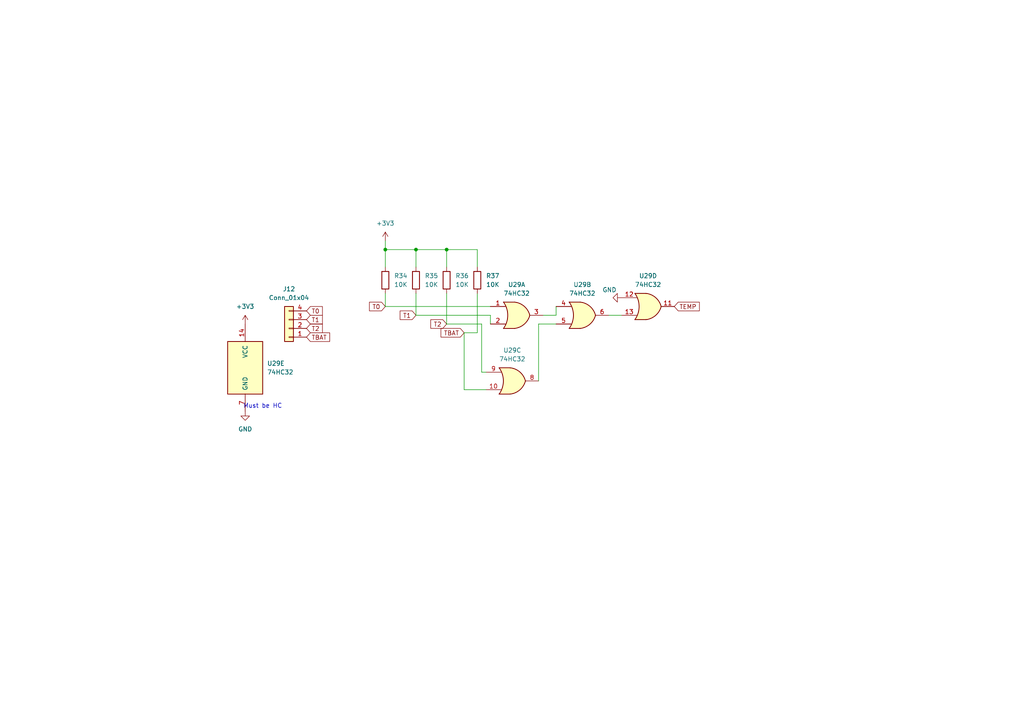
<source format=kicad_sch>
(kicad_sch (version 20250114) (generator "eeschema") (generator_version "9.0")
  (paper "A4")
  (lib_symbols
    (symbol "74xx:74LS32" (pin_names (offset 1.016))
      (property "Reference" "U" (at 0 1.27 0))
      (property "Value" "74LS32" (at 0 -1.27 0))
      (symbol "74LS32_1_1"
        (arc (start -3.81 3.81) (mid -2.589 0) (end -3.81 -3.81) (stroke (width 0.254)))
        (polyline (pts (xy -3.81 3.81) (xy -0.635 3.81)) (stroke (width 0.254)) (fill (type background)))
        (polyline (pts (xy -3.81 -3.81) (xy -0.635 -3.81)) (stroke (width 0.254)) (fill (type background)))
        (arc (start 3.81 0) (mid 2.1855 -2.584) (end -0.6096 -3.81) (stroke (width 0.254)) (fill (type background)))
        (arc (start -0.6096 3.81) (mid 2.1928 2.5924) (end 3.81 0) (stroke (width 0.254)) (fill (type background)))
        (polyline (pts (xy -0.635 3.81) (xy -3.81 3.81) (xy -3.81 3.81) (xy -3.556 3.4036) (xy -3.0226 2.2606) (xy -2.6924 1.0414) (xy -2.6162 -0.254) (xy -2.7686 -1.4986) (xy -3.175 -2.7178) (xy -3.81 -3.81) (xy -3.81 -3.81) (xy -0.635 -3.81)) (stroke (width -25.4)) (fill (type background)))
        (pin input line (at -7.62 2.54 0) (length 4.318) (name "~") (number "1"))
        (pin input line (at -7.62 -2.54 0) (length 4.318) (name "~") (number "2"))
        (pin output line (at 7.62 0 180) (length 3.81) (name "~") (number "3"))
      )
      (symbol "74LS32_1_2"
        (arc (start 0 3.81) (mid 3.7934 0) (end 0 -3.81) (stroke (width 0.254)) (fill (type background)))
        (polyline (pts (xy 0 3.81) (xy -3.81 3.81) (xy -3.81 -3.81) (xy 0 -3.81)) (stroke (width 0.254)) (fill (type background)))
        (pin input inverted (at -7.62 2.54 0) (length 3.81) (name "~") (number "1"))
        (pin input inverted (at -7.62 -2.54 0) (length 3.81) (name "~") (number "2"))
        (pin output inverted (at 7.62 0 180) (length 3.81) (name "~") (number "3"))
      )
      (symbol "74LS32_2_1"
        (arc (start -3.81 3.81) (mid -2.589 0) (end -3.81 -3.81) (stroke (width 0.254)))
        (polyline (pts (xy -3.81 3.81) (xy -0.635 3.81)) (stroke (width 0.254)) (fill (type background)))
        (polyline (pts (xy -3.81 -3.81) (xy -0.635 -3.81)) (stroke (width 0.254)) (fill (type background)))
        (arc (start 3.81 0) (mid 2.1855 -2.584) (end -0.6096 -3.81) (stroke (width 0.254)) (fill (type background)))
        (arc (start -0.6096 3.81) (mid 2.1928 2.5924) (end 3.81 0) (stroke (width 0.254)) (fill (type background)))
        (polyline (pts (xy -0.635 3.81) (xy -3.81 3.81) (xy -3.81 3.81) (xy -3.556 3.4036) (xy -3.0226 2.2606) (xy -2.6924 1.0414) (xy -2.6162 -0.254) (xy -2.7686 -1.4986) (xy -3.175 -2.7178) (xy -3.81 -3.81) (xy -3.81 -3.81) (xy -0.635 -3.81)) (stroke (width -25.4)) (fill (type background)))
        (pin input line (at -7.62 2.54 0) (length 4.318) (name "~") (number "4"))
        (pin input line (at -7.62 -2.54 0) (length 4.318) (name "~") (number "5"))
        (pin output line (at 7.62 0 180) (length 3.81) (name "~") (number "6"))
      )
      (symbol "74LS32_2_2"
        (arc (start 0 3.81) (mid 3.7934 0) (end 0 -3.81) (stroke (width 0.254)) (fill (type background)))
        (polyline (pts (xy 0 3.81) (xy -3.81 3.81) (xy -3.81 -3.81) (xy 0 -3.81)) (stroke (width 0.254)) (fill (type background)))
        (pin input inverted (at -7.62 2.54 0) (length 3.81) (name "~") (number "4"))
        (pin input inverted (at -7.62 -2.54 0) (length 3.81) (name "~") (number "5"))
        (pin output inverted (at 7.62 0 180) (length 3.81) (name "~") (number "6"))
      )
      (symbol "74LS32_3_1"
        (arc (start -3.81 3.81) (mid -2.589 0) (end -3.81 -3.81) (stroke (width 0.254)))
        (polyline (pts (xy -3.81 3.81) (xy -0.635 3.81)) (stroke (width 0.254)) (fill (type background)))
        (polyline (pts (xy -3.81 -3.81) (xy -0.635 -3.81)) (stroke (width 0.254)) (fill (type background)))
        (arc (start 3.81 0) (mid 2.1855 -2.584) (end -0.6096 -3.81) (stroke (width 0.254)) (fill (type background)))
        (arc (start -0.6096 3.81) (mid 2.1928 2.5924) (end 3.81 0) (stroke (width 0.254)) (fill (type background)))
        (polyline (pts (xy -0.635 3.81) (xy -3.81 3.81) (xy -3.81 3.81) (xy -3.556 3.4036) (xy -3.0226 2.2606) (xy -2.6924 1.0414) (xy -2.6162 -0.254) (xy -2.7686 -1.4986) (xy -3.175 -2.7178) (xy -3.81 -3.81) (xy -3.81 -3.81) (xy -0.635 -3.81)) (stroke (width -25.4)) (fill (type background)))
        (pin input line (at -7.62 2.54 0) (length 4.318) (name "~") (number "9"))
        (pin input line (at -7.62 -2.54 0) (length 4.318) (name "~") (number "10"))
        (pin output line (at 7.62 0 180) (length 3.81) (name "~") (number "8"))
      )
      (symbol "74LS32_3_2"
        (arc (start 0 3.81) (mid 3.7934 0) (end 0 -3.81) (stroke (width 0.254)) (fill (type background)))
        (polyline (pts (xy 0 3.81) (xy -3.81 3.81) (xy -3.81 -3.81) (xy 0 -3.81)) (stroke (width 0.254)) (fill (type background)))
        (pin input inverted (at -7.62 2.54 0) (length 3.81) (name "~") (number "9"))
        (pin input inverted (at -7.62 -2.54 0) (length 3.81) (name "~") (number "10"))
        (pin output inverted (at 7.62 0 180) (length 3.81) (name "~") (number "8"))
      )
      (symbol "74LS32_4_1"
        (arc (start -3.81 3.81) (mid -2.589 0) (end -3.81 -3.81) (stroke (width 0.254)))
        (polyline (pts (xy -3.81 3.81) (xy -0.635 3.81)) (stroke (width 0.254)) (fill (type background)))
        (polyline (pts (xy -3.81 -3.81) (xy -0.635 -3.81)) (stroke (width 0.254)) (fill (type background)))
        (arc (start 3.81 0) (mid 2.1855 -2.584) (end -0.6096 -3.81) (stroke (width 0.254)) (fill (type background)))
        (arc (start -0.6096 3.81) (mid 2.1928 2.5924) (end 3.81 0) (stroke (width 0.254)) (fill (type background)))
        (polyline (pts (xy -0.635 3.81) (xy -3.81 3.81) (xy -3.81 3.81) (xy -3.556 3.4036) (xy -3.0226 2.2606) (xy -2.6924 1.0414) (xy -2.6162 -0.254) (xy -2.7686 -1.4986) (xy -3.175 -2.7178) (xy -3.81 -3.81) (xy -3.81 -3.81) (xy -0.635 -3.81)) (stroke (width -25.4)) (fill (type background)))
        (pin input line (at -7.62 2.54 0) (length 4.318) (name "~") (number "12"))
        (pin input line (at -7.62 -2.54 0) (length 4.318) (name "~") (number "13"))
        (pin output line (at 7.62 0 180) (length 3.81) (name "~") (number "11"))
      )
      (symbol "74LS32_4_2"
        (arc (start 0 3.81) (mid 3.7934 0) (end 0 -3.81) (stroke (width 0.254)) (fill (type background)))
        (polyline (pts (xy 0 3.81) (xy -3.81 3.81) (xy -3.81 -3.81) (xy 0 -3.81)) (stroke (width 0.254)) (fill (type background)))
        (pin input inverted (at -7.62 2.54 0) (length 3.81) (name "~") (number "12"))
        (pin input inverted (at -7.62 -2.54 0) (length 3.81) (name "~") (number "13"))
        (pin output inverted (at 7.62 0 180) (length 3.81) (name "~") (number "11"))
      )
      (symbol "74LS32_5_0"
        (pin power_in line (at 0 12.7 270) (length 5.08) (name "VCC") (number "14"))
        (pin power_in line (at 0 -12.7 90) (length 5.08) (name "GND") (number "7"))
      )
      (symbol "74LS32_5_1"
        (rectangle (start -5.08 7.62) (end 5.08 -7.62) (stroke (width 0.254)) (fill (type background)))
      )
    )
    (symbol "Connector_Generic:Conn_01x04" (pin_names (offset 1.016) (hide yes))
      (property "Reference" "J" (at 0 5.08 0))
      (property "Value" "Conn_01x04" (at 0 -7.62 0))
      (symbol "Conn_01x04_1_1"
        (rectangle (start -1.27 3.81) (end 1.27 -6.35) (stroke (width 0.254)) (fill (type background)))
        (rectangle (start -1.27 2.667) (end 0 2.413) (stroke (width 0.1524)))
        (rectangle (start -1.27 0.127) (end 0 -0.127) (stroke (width 0.1524)))
        (rectangle (start -1.27 -2.413) (end 0 -2.667) (stroke (width 0.1524)))
        (rectangle (start -1.27 -4.953) (end 0 -5.207) (stroke (width 0.1524)))
        (pin passive line (at -5.08 2.54 0) (length 3.81) (name "Pin_1") (number "1"))
        (pin passive line (at -5.08 0 0) (length 3.81) (name "Pin_2") (number "2"))
        (pin passive line (at -5.08 -2.54 0) (length 3.81) (name "Pin_3") (number "3"))
        (pin passive line (at -5.08 -5.08 0) (length 3.81) (name "Pin_4") (number "4"))
      )
    )
    (symbol "Device:R" (pin_numbers (hide yes)) (pin_names (offset 0))
      (property "Reference" "R" (at 2.032 0 90))
      (property "Value" "R" (at 0 0 90))
      (symbol "R_0_1"
        (rectangle (start -1.016 -2.54) (end 1.016 2.54) (stroke (width 0.254)))
      )
      (symbol "R_1_1"
        (pin passive line (at 0 3.81 270) (length 1.27) (name "~") (number "1"))
        (pin passive line (at 0 -3.81 90) (length 1.27) (name "~") (number "2"))
      )
    )
    (symbol "power:+3V3" (power) (pin_names (offset 0))
      (property "Value" "+3V3" (at 0 3.556 0))
      (symbol "+3V3_0_1"
        (polyline (pts (xy -0.762 1.27) (xy 0 2.54)))
        (polyline (pts (xy 0 2.54) (xy 0.762 1.27)))
        (polyline (pts (xy 0 0) (xy 0 2.54)))
      )
      (symbol "+3V3_1_1"
        (pin power_in line (at 0 0 90) (length 0) (hide yes) (name "+3V3") (number "1"))
      )
    )
    (symbol "power:GND" (power) (pin_names (offset 0))
      (property "Value" "GND" (at 0 -3.81 0))
      (symbol "GND_0_1"
        (polyline (pts (xy 0 0) (xy 0 -1.27) (xy 1.27 -1.27) (xy 0 -2.54) (xy -1.27 -1.27) (xy 0 -1.27)))
      )
      (symbol "GND_1_1"
        (pin power_in line (at 0 0 270) (length 0) (hide yes) (name "GND") (number "1"))
      )
    )
  )
  (text "Must be HC" (at 76.2 117.856 0) (effects (font (size 1.27 1.27))))
  (junction (at 129.54 72.39))
  (junction (at 120.65 72.39))
  (junction (at 111.76 72.39))
  (wire (pts (xy 138.43 85.09) (xy 138.43 96.52)))
  (wire (pts (xy 111.76 69.85) (xy 111.76 72.39)))
  (wire (pts (xy 157.48 91.44) (xy 161.29 91.44)))
  (wire (pts (xy 120.65 91.44) (xy 142.24 91.44)))
  (wire (pts (xy 176.53 91.44) (xy 180.34 91.44)))
  (wire (pts (xy 138.43 77.47) (xy 138.43 72.39)))
  (wire (pts (xy 120.65 85.09) (xy 120.65 91.44)))
  (wire (pts (xy 111.76 72.39) (xy 111.76 77.47)))
  (wire (pts (xy 129.54 72.39) (xy 120.65 72.39)))
  (wire (pts (xy 138.43 96.52) (xy 134.62 96.52)))
  (wire (pts (xy 161.29 91.44) (xy 161.29 88.9)))
  (wire (pts (xy 138.43 72.39) (xy 129.54 72.39)))
  (wire (pts (xy 156.21 93.98) (xy 161.29 93.98)))
  (wire (pts (xy 129.54 85.09) (xy 129.54 93.98)))
  (wire (pts (xy 120.65 72.39) (xy 120.65 77.47)))
  (wire (pts (xy 129.54 93.98) (xy 139.7 93.98)))
  (wire (pts (xy 111.76 88.9) (xy 142.24 88.9)))
  (wire (pts (xy 139.7 107.95) (xy 140.97 107.95)))
  (wire (pts (xy 142.24 91.44) (xy 142.24 93.98)))
  (wire (pts (xy 156.21 110.49) (xy 156.21 93.98)))
  (wire (pts (xy 120.65 72.39) (xy 111.76 72.39)))
  (wire (pts (xy 111.76 85.09) (xy 111.76 88.9)))
  (wire (pts (xy 129.54 72.39) (xy 129.54 77.47)))
  (wire (pts (xy 134.62 113.03) (xy 140.97 113.03)))
  (wire (pts (xy 134.62 96.52) (xy 134.62 113.03)))
  (wire (pts (xy 139.7 93.98) (xy 139.7 107.95)))
  (global_label "T1" (shape input) (at 88.9 92.71 0) (property "Intersheetrefs" "${INTERSHEET_REFS}" (effects (hide yes))))
  (global_label "T0" (shape input) (at 88.9 90.17 0) (property "Intersheetrefs" "${INTERSHEET_REFS}" (effects (hide yes))))
  (global_label "T1" (shape input) (at 120.65 91.44 180) (property "Intersheetrefs" "${INTERSHEET_REFS}" (effects (hide yes))))
  (global_label "TEMP" (shape input) (at 195.58 88.9 0) (property "Intersheetrefs" "${INTERSHEET_REFS}" (effects (hide yes))))
  (global_label "T2" (shape input) (at 88.9 95.25 0) (property "Intersheetrefs" "${INTERSHEET_REFS}" (effects (hide yes))))
  (global_label "T2" (shape input) (at 129.54 93.98 180) (property "Intersheetrefs" "${INTERSHEET_REFS}" (effects (hide yes))))
  (global_label "TBAT" (shape input) (at 88.9 97.79 0) (property "Intersheetrefs" "${INTERSHEET_REFS}" (effects (hide yes))))
  (global_label "T0" (shape input) (at 111.76 88.9 180) (property "Intersheetrefs" "${INTERSHEET_REFS}" (effects (hide yes))))
  (global_label "TBAT" (shape input) (at 134.62 96.52 180) (property "Intersheetrefs" "${INTERSHEET_REFS}" (effects (hide yes))))
  (symbol (lib_id "power:+3V3") (at 71.12 93.98 0) (unit 1)
    (property "Reference" "#PWR0124" (effects (hide yes)))
    (property "Value" "+3V3" (at 71.12 88.9 0))
    (property "Description" "Power symbol creates a global label with name \"+3V3\"" (effects (hide yes)))
  )
  (symbol (lib_id "Device:R") (at 111.76 81.28 180) (unit 1)
    (property "Reference" "R34" (at 114.3 80.01 0) (effects (justify right)))
    (property "Value" "10K" (at 114.3 82.55 0) (effects (justify right)))
    (property "Footprint" "Resistor_SMD:R_1206_3216Metric_Pad1.30x1.75mm_HandSolder" (effects (hide yes)))
  )
  (symbol (lib_id "74xx:74LS32") (at 149.86 91.44 0) (unit 1)
    (property "Reference" "U29" (at 149.86 82.55 0))
    (property "Value" "74HC32" (at 149.86 85.09 0))
    (property "Footprint" "Package_SO:SO-14_3.9x8.65mm_P1.27mm" (effects (hide yes)))
    (property "Datasheet" "http://www.ti.com/lit/gpn/sn74LS32" (effects (hide yes)))
    (property "Description" "Quad 2-input OR" (effects (hide yes)))
    (property "VerilogCode" "ttl_74hct32 U29(_1, _2, _3, _4, _5, _6, _9, _10, _8, _12, _13, _11);" (effects (hide yes)))
  )
  (symbol (lib_id "74xx:74LS32") (at 168.91 91.44 0) (unit 2)
    (property "Reference" "U29" (at 168.91 82.55 0))
    (property "Value" "74HC32" (at 168.91 85.09 0))
    (property "Footprint" "Package_SO:SO-14_3.9x8.65mm_P1.27mm" (effects (hide yes)))
    (property "Datasheet" "http://www.ti.com/lit/gpn/sn74LS32" (effects (hide yes)))
    (property "Description" "Quad 2-input OR" (effects (hide yes)))
    (property "VerilogCode" "ttl_74hct32 U29(_1, _2, _3, _4, _5, _6, _9, _10, _8, _12, _13, _11);" (effects (hide yes)))
  )
  (symbol (lib_id "Connector_Generic:Conn_01x04") (at 83.82 95.25 180) (unit 1)
    (property "Reference" "J12" (at 83.82 83.82 0))
    (property "Value" "Conn_01x04" (at 83.82 86.36 0))
    (property "Footprint" "Connector_PinHeader_2.54mm:PinHeader_1x04_P2.54mm_Vertical" (effects (hide yes)))
    (property "Description" "Generic connector, single row, 01x04, script generated (kicad-library-utils/schlib/autogen/connector/)" (effects (hide yes)))
    (property "VerilogModulePort" "1,2,3,4" (effects (hide yes)))
  )
  (symbol (lib_id "74xx:74LS32") (at 71.12 106.68 0) (unit 5)
    (property "Reference" "U29" (at 77.47 105.4099 0) (effects (justify left)))
    (property "Value" "74HC32" (at 77.47 107.9499 0) (effects (justify left)))
    (property "Footprint" "Package_SO:SO-14_3.9x8.65mm_P1.27mm" (effects (hide yes)))
    (property "Datasheet" "http://www.ti.com/lit/gpn/sn74LS32" (effects (hide yes)))
    (property "Description" "Quad 2-input OR" (effects (hide yes)))
    (property "VerilogCode" "ttl_74hct32 U29(_1, _2, _3, _4, _5, _6, _9, _10, _8, _12, _13, _11);" (effects (hide yes)))
  )
  (symbol (lib_id "74xx:74LS32") (at 187.96 88.9 0) (unit 4)
    (property "Reference" "U29" (at 187.96 80.01 0))
    (property "Value" "74HC32" (at 187.96 82.55 0))
    (property "Footprint" "Package_SO:SO-14_3.9x8.65mm_P1.27mm" (effects (hide yes)))
    (property "Datasheet" "http://www.ti.com/lit/gpn/sn74LS32" (effects (hide yes)))
    (property "Description" "Quad 2-input OR" (effects (hide yes)))
    (property "VerilogCode" "ttl_74hct32 U29(_1, _2, _3, _4, _5, _6, _9, _10, _8, _12, _13, _11);" (effects (hide yes)))
  )
  (symbol (lib_id "Device:R") (at 129.54 81.28 180) (unit 1)
    (property "Reference" "R36" (at 132.08 80.01 0) (effects (justify right)))
    (property "Value" "10K" (at 132.08 82.55 0) (effects (justify right)))
    (property "Footprint" "Resistor_SMD:R_1206_3216Metric_Pad1.30x1.75mm_HandSolder" (effects (hide yes)))
  )
  (symbol (lib_id "power:GND") (at 71.12 119.38 0) (unit 1)
    (property "Reference" "#PWR0125" (effects (hide yes)))
    (property "Value" "GND" (at 71.12 124.46 0))
    (property "Description" "Power symbol creates a global label with name \"GND\" , ground" (effects (hide yes)))
  )
  (symbol (lib_id "power:+3V3") (at 111.76 69.85 0) (unit 1)
    (property "Reference" "#PWR0127" (effects (hide yes)))
    (property "Value" "+3V3" (at 111.76 64.77 0))
    (property "Description" "Power symbol creates a global label with name \"+3V3\"" (effects (hide yes)))
  )
  (symbol (lib_id "74xx:74LS32") (at 148.59 110.49 0) (unit 3)
    (property "Reference" "U29" (at 148.59 101.6 0))
    (property "Value" "74HC32" (at 148.59 104.14 0))
    (property "Footprint" "Package_SO:SO-14_3.9x8.65mm_P1.27mm" (effects (hide yes)))
    (property "Datasheet" "http://www.ti.com/lit/gpn/sn74LS32" (effects (hide yes)))
    (property "Description" "Quad 2-input OR" (effects (hide yes)))
    (property "VerilogCode" "ttl_74hct32 U29(_1, _2, _3, _4, _5, _6, _9, _10, _8, _12, _13, _11);" (effects (hide yes)))
  )
  (symbol (lib_id "Device:R") (at 120.65 81.28 180) (unit 1)
    (property "Reference" "R35" (at 123.19 80.01 0) (effects (justify right)))
    (property "Value" "10K" (at 123.19 82.55 0) (effects (justify right)))
    (property "Footprint" "Resistor_SMD:R_1206_3216Metric_Pad1.30x1.75mm_HandSolder" (effects (hide yes)))
  )
  (symbol (lib_id "power:GND") (at 180.34 86.36 270) (unit 1)
    (property "Reference" "#PWR0126" (effects (hide yes)))
    (property "Value" "GND" (at 178.816 84.074 90) (effects (justify right)))
    (property "Description" "Power symbol creates a global label with name \"GND\" , ground" (effects (hide yes)))
  )
  (symbol (lib_id "Device:R") (at 138.43 81.28 180) (unit 1)
    (property "Reference" "R37" (at 140.97 80.01 0) (effects (justify right)))
    (property "Value" "10K" (at 140.97 82.55 0) (effects (justify right)))
    (property "Footprint" "Resistor_SMD:R_1206_3216Metric_Pad1.30x1.75mm_HandSolder" (effects (hide yes)))
  )
)
</source>
